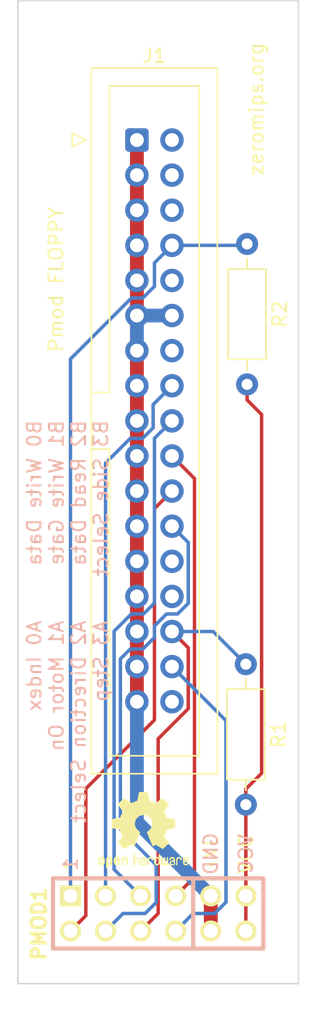
<source format=kicad_pcb>
(kicad_pcb (version 20221018) (generator pcbnew)
  (layers (0 "F.Cu" signal) (31 "B.Cu" signal) (34 "B.Paste" user) (35 "F.Paste" user) (36 "B.SilkS" user "B.Silkscreen") (37 "F.SilkS" user "F.Silkscreen") (38 "B.Mask" user) (39 "F.Mask" user) (44 "Edge.Cuts" user))
  (net 0 "")
  (net 1 "GND")
  (net 5 "/Index")
  (net 8 "/Motor on")
  (net 9 "/Direction Select")
  (net 10 "/Step")
  (net 11 "/Write Data")
  (net 12 "/Write Gate")
  (net 15 "/Read Data")
  (net 16 "/Side Select")
  (net 18 "+3.3V")
  (footprint "kicad-pmod:pmod_pin_array_6x2" (layer "F.Cu") (at 162.56 144.78 90)
    (fp_text reference "PMOD1" (at -0.762 -8.636 90) (layer "F.SilkS") (effects (font (size 1.016 1.016) (thickness 0.254))))
    (fp_text value "PMOD-Device-x2-Type-1A-GPIO" hide)
    (fp_text user "VCC" (at 4.318 6.35 90) (layer "B.SilkS") (effects (justify mirror)))
    (fp_text user "1" (at 3.556 -6.35 90) (layer "B.SilkS") (effects (justify mirror)))
    (fp_text user "GND" (at 4.318 3.81 90) (layer "B.SilkS") (effects (justify mirror)))
    (fp_text user "GND" (at 4.318 3.81 90) (layer "F.SilkS"))
    (fp_text user "1" (at 3.556 -6.35 90) (layer "F.SilkS"))
    (fp_text user "VCC" (at 4.318 6.35 90) (layer "F.SilkS"))
    (fp_line (start -2.54 -7.62) (end -2.54 7.62) (stroke (width 0.3048)) (layer "B.SilkS"))
    (fp_line (start -2.54 7.62) (end 2.54 7.62) (stroke (width 0.3048)) (layer "B.SilkS"))
    (fp_line (start 2.54 -7.62) (end -2.54 -7.62) (stroke (width 0.3048)) (layer "B.SilkS"))
    (fp_line (start 2.54 2.54) (end -2.54 2.54) (stroke (width 0.3048)) (layer "B.SilkS"))
    (fp_line (start 2.54 7.62) (end 2.54 -7.62) (stroke (width 0.3048)) (layer "B.SilkS"))
    (fp_line (start -2.54 -7.62) (end -2.54 7.62) (stroke (width 0.3048)) (layer "F.SilkS"))
    (fp_line (start -2.54 7.62) (end 2.54 7.62) (stroke (width 0.3048)) (layer "F.SilkS"))
    (fp_line (start 2.54 -7.62) (end -2.54 -7.62) (stroke (width 0.3048)) (layer "F.SilkS"))
    (fp_line (start 2.54 2.54) (end -2.54 2.54) (stroke (width 0.3048)) (layer "F.SilkS"))
    (fp_line (start 2.54 7.62) (end 2.54 -7.62) (stroke (width 0.3048)) (layer "F.SilkS"))
    (pad "1" thru_hole rect (at 1.27 -6.35 90) (size 1.524 1.524) (drill 1.016) (layers "*.Cu" "*.Mask" "F.SilkS") (net 5 "/Index"))
    (pad "2" thru_hole circle (at 1.27 -3.81) (size 1.524 1.524) (drill 1.016) (layers "*.Cu" "*.Mask" "F.SilkS") (net 8 "/Motor on"))
    (pad "3" thru_hole circle (at 1.27 -1.27) (size 1.524 1.524) (drill 1.016) (layers "*.Cu" "*.Mask" "F.SilkS") (net 9 "/Direction Select"))
    (pad "4" thru_hole circle (at 1.27 1.27) (size 1.524 1.524) (drill 1.016) (layers "*.Cu" "*.Mask" "F.SilkS") (net 10 "/Step"))
    (pad "5" thru_hole circle (at 1.27 3.81) (size 1.524 1.524) (drill 1.016) (layers "*.Cu" "*.Mask" "F.SilkS") (net 1 "GND"))
    (pad "6" thru_hole circle (at 1.27 6.35) (size 1.524 1.524) (drill 1.016) (layers "*.Cu" "*.Mask" "F.SilkS") (net 18 "+3.3V"))
    (pad "7" thru_hole circle (at -1.27 -6.35) (size 1.524 1.524) (drill 1.016) (layers "*.Cu" "*.Mask" "F.SilkS") (net 11 "/Write Data"))
    (pad "8" thru_hole circle (at -1.27 -3.81) (size 1.524 1.524) (drill 1.016) (layers "*.Cu" "*.Mask" "F.SilkS") (net 12 "/Write Gate"))
    (pad "9" thru_hole circle (at -1.27 -1.27) (size 1.524 1.524) (drill 1.016) (layers "*.Cu" "*.Mask" "F.SilkS") (net 15 "/Read Data"))
    (pad "10" thru_hole circle (at -1.27 1.27) (size 1.524 1.524) (drill 1.016) (layers "*.Cu" "*.Mask" "F.SilkS") (net 16 "/Side Select"))
    (pad "11" thru_hole circle (at -1.27 3.81) (size 1.524 1.524) (drill 1.016) (layers "*.Cu" "*.Mask" "F.SilkS") (net 1 "GND"))
    (pad "12" thru_hole circle (at -1.27 6.35) (size 1.524 1.524) (drill 1.016) (layers "*.Cu" "*.Mask" "F.SilkS") (net 18 "+3.3V"))
  )
  (footprint "Resistor_THT:R_Axial_DIN0207_L6.3mm_D2.5mm_P10.16mm_Horizontal" (layer "F.Cu") (at 168.91 126.746 -90)
    (fp_text reference "R1" (at 5.08 -2.37 90) (layer "F.SilkS"))
    (fp_text value "4k7")
    (fp_line (start 1.04 0) (end 1.81 0) (stroke (width 0.12)) (layer "F.SilkS"))
    (fp_line (start 1.81 -1.37) (end 1.81 1.37) (stroke (width 0.12)) (layer "F.SilkS"))
    (fp_line (start 1.81 1.37) (end 8.35 1.37) (stroke (width 0.12)) (layer "F.SilkS"))
    (fp_line (start 8.35 -1.37) (end 1.81 -1.37) (stroke (width 0.12)) (layer "F.SilkS"))
    (fp_line (start 8.35 1.37) (end 8.35 -1.37) (stroke (width 0.12)) (layer "F.SilkS"))
    (fp_line (start 9.12 0) (end 8.35 0) (stroke (width 0.12)) (layer "F.SilkS"))
    (pad "1" thru_hole circle (at 0 0 270) (size 1.6 1.6) (drill 0.8) (layers "*.Cu" "*.Mask") (net 15 "/Read Data"))
    (pad "2" thru_hole oval (at 10.16 0 270) (size 1.6 1.6) (drill 0.8) (layers "*.Cu" "*.Mask") (net 18 "+3.3V"))
  )
  (footprint "Resistor_THT:R_Axial_DIN0207_L6.3mm_D2.5mm_P10.16mm_Horizontal" (layer "F.Cu") (at 169 96.34 -90)
    (fp_text reference "R2" (at 5.08 -2.37 90) (layer "F.SilkS"))
    (fp_text value "4k7")
    (fp_line (start 1.04 0) (end 1.81 0) (stroke (width 0.12)) (layer "F.SilkS"))
    (fp_line (start 1.81 -1.37) (end 1.81 1.37) (stroke (width 0.12)) (layer "F.SilkS"))
    (fp_line (start 1.81 1.37) (end 8.35 1.37) (stroke (width 0.12)) (layer "F.SilkS"))
    (fp_line (start 8.35 -1.37) (end 1.81 -1.37) (stroke (width 0.12)) (layer "F.SilkS"))
    (fp_line (start 8.35 1.37) (end 8.35 -1.37) (stroke (width 0.12)) (layer "F.SilkS"))
    (fp_line (start 9.12 0) (end 8.35 0) (stroke (width 0.12)) (layer "F.SilkS"))
    (pad "1" thru_hole circle (at 0 0 270) (size 1.6 1.6) (drill 0.8) (layers "*.Cu" "*.Mask") (net 5 "/Index"))
    (pad "2" thru_hole oval (at 10.16 0 270) (size 1.6 1.6) (drill 0.8) (layers "*.Cu" "*.Mask") (net 18 "+3.3V"))
  )
  (footprint "Connector_IDC:IDC-Header_2x17_P2.54mm_Vertical" (layer "F.Cu") (at 161.02 88.82)
    (fp_text reference "J1" (at 1.27 -6.1) (layer "F.SilkS"))
    (fp_text value "PC-34 Floppy")
    (fp_line (start -4.68 -0.5) (end -4.68 0.5) (stroke (width 0.12)) (layer "F.SilkS"))
    (fp_line (start -4.68 0.5) (end -3.68 0) (stroke (width 0.12)) (layer "F.SilkS"))
    (fp_line (start -3.68 0) (end -4.68 -0.5) (stroke (width 0.12)) (layer "F.SilkS"))
    (fp_line (start -3.29 -5.21) (end 5.83 -5.21) (stroke (width 0.12)) (layer "F.SilkS"))
    (fp_line (start -3.29 18.27) (end -1.98 18.27) (stroke (width 0.12)) (layer "F.SilkS"))
    (fp_line (start -3.29 45.85) (end -3.29 -5.21) (stroke (width 0.12)) (layer "F.SilkS"))
    (fp_line (start -1.98 -3.91) (end 4.52 -3.91) (stroke (width 0.12)) (layer "F.SilkS"))
    (fp_line (start -1.98 18.27) (end -1.98 -3.91) (stroke (width 0.12)) (layer "F.SilkS"))
    (fp_line (start -1.98 22.37) (end -3.29 22.37) (stroke (width 0.12)) (layer "F.SilkS"))
    (fp_line (start -1.98 22.37) (end -1.98 22.37) (stroke (width 0.12)) (layer "F.SilkS"))
    (fp_line (start -1.98 44.55) (end -1.98 22.37) (stroke (width 0.12)) (layer "F.SilkS"))
    (fp_line (start 4.52 -3.91) (end 4.52 44.55) (stroke (width 0.12)) (layer "F.SilkS"))
    (fp_line (start 4.52 44.55) (end -1.98 44.55) (stroke (width 0.12)) (layer "F.SilkS"))
    (fp_line (start 5.83 -5.21) (end 5.83 45.85) (stroke (width 0.12)) (layer "F.SilkS"))
    (fp_line (start 5.83 45.85) (end -3.29 45.85) (stroke (width 0.12)) (layer "F.SilkS"))
    (pad "1" thru_hole roundrect (at 0 0) (size 1.7 1.7) (drill 1) (layers "*.Cu" "*.Mask") (roundrect_rratio 0.1470588235) (net 1 "GND"))
    (pad "2" thru_hole circle (at 2.54 0) (size 1.7 1.7) (drill 1) (layers "*.Cu" "*.Mask"))
    (pad "3" thru_hole circle (at 0 2.54) (size 1.7 1.7) (drill 1) (layers "*.Cu" "*.Mask") (net 1 "GND"))
    (pad "4" thru_hole circle (at 2.54 2.54) (size 1.7 1.7) (drill 1) (layers "*.Cu" "*.Mask"))
    (pad "5" thru_hole circle (at 0 5.08) (size 1.7 1.7) (drill 1) (layers "*.Cu" "*.Mask") (net 1 "GND"))
    (pad "6" thru_hole circle (at 2.54 5.08) (size 1.7 1.7) (drill 1) (layers "*.Cu" "*.Mask"))
    (pad "7" thru_hole circle (at 0 7.62) (size 1.7 1.7) (drill 1) (layers "*.Cu" "*.Mask") (net 1 "GND"))
    (pad "8" thru_hole circle (at 2.54 7.62) (size 1.7 1.7) (drill 1) (layers "*.Cu" "*.Mask") (net 5 "/Index"))
    (pad "9" thru_hole circle (at 0 10.16) (size 1.7 1.7) (drill 1) (layers "*.Cu" "*.Mask") (net 1 "GND"))
    (pad "10" thru_hole circle (at 2.54 10.16) (size 1.7 1.7) (drill 1) (layers "*.Cu" "*.Mask"))
    (pad "11" thru_hole circle (at 0 12.7) (size 1.7 1.7) (drill 1) (layers "*.Cu" "*.Mask") (net 1 "GND"))
    (pad "12" thru_hole circle (at 2.54 12.7) (size 1.7 1.7) (drill 1) (layers "*.Cu" "*.Mask") (net 1 "GND"))
    (pad "13" thru_hole circle (at 0 15.24) (size 1.7 1.7) (drill 1) (layers "*.Cu" "*.Mask") (net 1 "GND"))
    (pad "14" thru_hole circle (at 2.54 15.24) (size 1.7 1.7) (drill 1) (layers "*.Cu" "*.Mask"))
    (pad "15" thru_hole circle (at 0 17.78) (size 1.7 1.7) (drill 1) (layers "*.Cu" "*.Mask") (net 1 "GND"))
    (pad "16" thru_hole circle (at 2.54 17.78) (size 1.7 1.7) (drill 1) (layers "*.Cu" "*.Mask") (net 8 "/Motor on"))
    (pad "17" thru_hole circle (at 0 20.32) (size 1.7 1.7) (drill 1) (layers "*.Cu" "*.Mask") (net 1 "GND"))
    (pad "18" thru_hole circle (at 2.54 20.32) (size 1.7 1.7) (drill 1) (layers "*.Cu" "*.Mask") (net 9 "/Direction Select"))
    (pad "19" thru_hole circle (at 0 22.86) (size 1.7 1.7) (drill 1) (layers "*.Cu" "*.Mask") (net 1 "GND"))
    (pad "20" thru_hole circle (at 2.54 22.86) (size 1.7 1.7) (drill 1) (layers "*.Cu" "*.Mask") (net 10 "/Step"))
    (pad "21" thru_hole circle (at 0 25.4) (size 1.7 1.7) (drill 1) (layers "*.Cu" "*.Mask") (net 1 "GND"))
    (pad "22" thru_hole circle (at 2.54 25.4) (size 1.7 1.7) (drill 1) (layers "*.Cu" "*.Mask") (net 11 "/Write Data"))
    (pad "23" thru_hole circle (at 0 27.94) (size 1.7 1.7) (drill 1) (layers "*.Cu" "*.Mask") (net 1 "GND"))
    (pad "24" thru_hole circle (at 2.54 27.94) (size 1.7 1.7) (drill 1) (layers "*.Cu" "*.Mask") (net 12 "/Write Gate"))
    (pad "25" thru_hole circle (at 0 30.48) (size 1.7 1.7) (drill 1) (layers "*.Cu" "*.Mask") (net 1 "GND"))
    (pad "26" thru_hole circle (at 2.54 30.48) (size 1.7 1.7) (drill 1) (layers "*.Cu" "*.Mask"))
    (pad "27" thru_hole circle (at 0 33.02) (size 1.7 1.7) (drill 1) (layers "*.Cu" "*.Mask") (net 1 "GND"))
    (pad "28" thru_hole circle (at 2.54 33.02) (size 1.7 1.7) (drill 1) (layers "*.Cu" "*.Mask"))
    (pad "29" thru_hole circle (at 0 35.56) (size 1.7 1.7) (drill 1) (layers "*.Cu" "*.Mask") (net 1 "GND"))
    (pad "30" thru_hole circle (at 2.54 35.56) (size 1.7 1.7) (drill 1) (layers "*.Cu" "*.Mask") (net 15 "/Read Data"))
    (pad "31" thru_hole circle (at 0 38.1) (size 1.7 1.7) (drill 1) (layers "*.Cu" "*.Mask") (net 1 "GND"))
    (pad "32" thru_hole circle (at 2.54 38.1) (size 1.7 1.7) (drill 1) (layers "*.Cu" "*.Mask") (net 16 "/Side Select"))
    (pad "33" thru_hole circle (at 0 40.64) (size 1.7 1.7) (drill 1) (layers "*.Cu" "*.Mask") (net 1 "GND"))
    (pad "34" thru_hole circle (at 2.54 40.64) (size 1.7 1.7) (drill 1) (layers "*.Cu" "*.Mask"))
  )
  (footprint "Symbol:OSHW-Logo2_7.3x6mm_SilkScreen" (layer "F.Cu") (at 161.5 138.75)
    (fp_text reference "REF**" hide)
    (fp_text value "OSHW-Logo2_7.3x6mm_SilkScreen" hide)
    (fp_poly (pts (xy 2.6526 1.958752) (xy 2.669948 1.966334) (xy 2.711356 1.999128) (xy 2.746765 2.046547) (xy 2.768664 2.097151) (xy 2.772229 2.122098) (xy 2.760279 2.156927) (xy 2.734067 2.175357) (xy 2.705964 2.186516) (xy 2.693095 2.188572) (xy 2.686829 2.173649) (xy 2.674456 2.141175) (xy 2.669028 2.126502) (xy 2.63859 2.075744) (xy 2.59452 2.050427) (xy 2.53801 2.051206) (xy 2.533825 2.052203) (xy 2.503655 2.066507) (xy 2.481476 2.094393) (xy 2.466327 2.139287) (xy 2.45725 2.204615) (xy 2.453286 2.293804) (xy 2.452914 2.341261) (xy 2.45273 2.416071) (xy 2.451522 2.467069) (xy 2.448309 2.499471) (xy 2.442109 2.518495) (xy 2.43194 2.529356) (xy 2.416819 2.537272) (xy 2.415946 2.53767) (xy 2.386828 2.549981) (xy 2.372403 2.554514) (xy 2.370186 2.540809) (xy 2.368289 2.502925) (xy 2.366847 2.445715) (xy 2.365998 2.374027) (xy 2.365829 2.321565) (xy 2.366692 2.220047) (xy 2.37007 2.143032) (xy 2.377142 2.086023) (xy 2.389088 2.044526) (xy 2.40709 2.014043) (xy 2.432327 1.99008) (xy 2.457247 1.973355) (xy 2.517171 1.951097) (xy 2.586911 1.946076) (xy 2.6526 1.958752)) (stroke (width 0.01)) (fill solid) (layer "F.SilkS"))
    (fp_poly (pts (xy -1.283907 1.92778) (xy -1.237328 1.954723) (xy -1.204943 1.981466) (xy -1.181258 2.009484) (xy -1.164941 2.043748) (xy -1.154661 2.089227) (xy -1.149086 2.150892) (xy -1.146884 2.233711) (xy -1.146629 2.293246) (xy -1.146629 2.512391) (xy -1.208314 2.540044) (xy -1.27 2.567697) (xy -1.277257 2.32767) (xy -1.280256 2.238028) (xy -1.283402 2.172962) (xy -1.287299 2.128026) (xy -1.292553 2.09877) (xy -1.299769 2.080748) (xy -1.30955 2.069511) (xy -1.312688 2.067079) (xy -1.360239 2.048083) (xy -1.408303 2.0556) (xy -1.436914 2.075543) (xy -1.448553 2.089675) (xy -1.456609 2.10822) (xy -1.461729 2.136334) (xy -1.464559 2.179173) (xy -1.465744 2.241895) (xy -1.465943 2.307261) (xy -1.465982 2.389268) (xy -1.467386 2.447316) (xy -1.472086 2.486465) (xy -1.482013 2.51178) (xy -1.499097 2.528323) (xy -1.525268 2.541156) (xy -1.560225 2.554491) (xy -1.598404 2.569007) (xy -1.593859 2.311389) (xy -1.592029 2.218519) (xy -1.589888 2.149889) (xy -1.586819 2.100711) (xy -1.582206 2.066198) (xy -1.575432 2.041562) (xy -1.565881 2.022016) (xy -1.554366 2.00477) (xy -1.49881 1.94968) (xy -1.43102 1.917822) (xy -1.357287 1.910191) (xy -1.283907 1.92778)) (stroke (width 0.01)) (fill solid) (layer "F.SilkS"))
    (fp_poly (pts (xy 0.529926 1.949755) (xy 0.595858 1.974084) (xy 0.649273 2.017117) (xy 0.670164 2.047409) (xy 0.692939 2.102994) (xy 0.692466 2.143186) (xy 0.668562 2.170217) (xy 0.659717 2.174813) (xy 0.62153 2.189144) (xy 0.602028 2.185472) (xy 0.595422 2.161407) (xy 0.595086 2.148114) (xy 0.582992 2.09921) (xy 0.551471 2.064999) (xy 0.507659 2.048476) (xy 0.458695 2.052634) (xy 0.418894 2.074227) (xy 0.40545 2.086544) (xy 0.395921 2.101487) (xy 0.389485 2.124075) (xy 0.385317 2.159328) (xy 0.382597 2.212266) (xy 0.380502 2.287907) (xy 0.37996 2.311857) (xy 0.377981 2.39379) (xy 0.375731 2.451455) (xy 0.372357 2.489608) (xy 0.367006 2.513004) (xy 0.358824 2.526398) (xy 0.346959 2.534545) (xy 0.339362 2.538144) (xy 0.307102 2.550452) (xy 0.288111 2.554514) (xy 0.281836 2.540948) (xy 0.278006 2.499934) (xy 0.2766 2.430999) (xy 0.277598 2.333669) (xy 0.277908 2.318657) (xy 0.280101 2.229859) (xy 0.282693 2.165019) (xy 0.286382 2.119067) (xy 0.291864 2.086935) (xy 0.299835 2.063553) (xy 0.310993 2.043852) (xy 0.31683 2.03541) (xy 0.350296 1.998057) (xy 0.387727 1.969003) (xy 0.392309 1.966467) (xy 0.459426 1.946443) (xy 0.529926 1.949755)) (stroke (width 0.01)) (fill solid) (layer "F.SilkS"))
    (fp_poly (pts (xy -0.624114 1.851289) (xy -0.619861 1.910613) (xy -0.614975 1.945572) (xy -0.608205 1.96082) (xy -0.598298 1.961015) (xy -0.595086 1.959195) (xy -0.552356 1.946015) (xy -0.496773 1.946785) (xy -0.440263 1.960333) (xy -0.404918 1.977861) (xy -0.368679 2.005861) (xy -0.342187 2.037549) (xy -0.324001 2.077813) (xy -0.312678 2.131543) (xy -0.306778 2.203626) (xy -0.304857 2.298951) (xy -0.304823 2.317237) (xy -0.3048 2.522646) (xy -0.350509 2.53858) (xy -0.382973 2.54942) (xy -0.400785 2.554468) (xy -0.401309 2.554514) (xy -0.403063 2.540828) (xy -0.404556 2.503076) (xy -0.405674 2.446224) (xy -0.406303 2.375234) (xy -0.4064 2.332073) (xy -0.406602 2.246973) (xy -0.407642 2.185981) (xy -0.410169 2.144177) (xy -0.414836 2.116642) (xy -0.422293 2.098456) (xy -0.433189 2.084698) (xy -0.439993 2.078073) (xy -0.486728 2.051375) (xy -0.537728 2.049375) (xy -0.583999 2.071955) (xy -0.592556 2.080107) (xy -0.605107 2.095436) (xy -0.613812 2.113618) (xy -0.619369 2.139909) (xy -0.622474 2.179562) (xy -0.623824 2.237832) (xy -0.624114 2.318173) (xy -0.624114 2.522646) (xy -0.669823 2.53858) (xy -0.702287 2.54942) (xy -0.720099 2.554468) (xy -0.720623 2.554514) (xy -0.721963 2.540623) (xy -0.723172 2.501439) (xy -0.724199 2.4407) (xy -0.724998 2.362141) (xy -0.725519 2.269498) (xy -0.725714 2.166509) (xy -0.725714 1.769342) (xy -0.678543 1.749444) (xy -0.631371 1.729547) (xy -0.624114 1.851289)) (stroke (width 0.01)) (fill solid) (layer "F.SilkS"))
    (fp_poly (pts (xy 1.779833 1.958663) (xy 1.782048 1.99685) (xy 1.783784 2.054886) (xy 1.784899 2.12818) (xy 1.785257 2.205055) (xy 1.785257 2.465196) (xy 1.739326 2.511127) (xy 1.707675 2.539429) (xy 1.67989 2.550893) (xy 1.641915 2.550168) (xy 1.62684 2.548321) (xy 1.579726 2.542948) (xy 1.540756 2.539869) (xy 1.531257 2.539585) (xy 1.499233 2.541445) (xy 1.453432 2.546114) (xy 1.435674 2.548321) (xy 1.392057 2.551735) (xy 1.362745 2.54432) (xy 1.33368 2.521427) (xy 1.323188 2.511127) (xy 1.277257 2.465196) (xy 1.277257 1.978602) (xy 1.314226 1.961758) (xy 1.346059 1.949282) (xy 1.364683 1.944914) (xy 1.369458 1.958718) (xy 1.373921 1.997286) (xy 1.377775 2.056356) (xy 1.380722 2.131663) (xy 1.382143 2.195286) (xy 1.386114 2.445657) (xy 1.420759 2.450556) (xy 1.452268 2.447131) (xy 1.467708 2.436041) (xy 1.472023 2.415308) (xy 1.475708 2.371145) (xy 1.478469 2.309146) (xy 1.480012 2.234909) (xy 1.480235 2.196706) (xy 1.480457 1.976783) (xy 1.526166 1.960849) (xy 1.558518 1.950015) (xy 1.576115 1.944962) (xy 1.576623 1.944914) (xy 1.578388 1.958648) (xy 1.580329 1.99673) (xy 1.582282 2.054482) (xy 1.584084 2.127227) (xy 1.585343 2.195286) (xy 1.589314 2.445657) (xy 1.6764 2.445657) (xy 1.680396 2.21724) (xy 1.684392 1.988822) (xy 1.726847 1.966868) (xy 1.758192 1.951793) (xy 1.776744 1.944951) (xy 1.777279 1.944914) (xy 1.779833 1.958663)) (stroke (width 0.01)) (fill solid) (layer "F.SilkS"))
    (fp_poly (pts (xy -2.958885 1.921962) (xy -2.890855 1.957733) (xy -2.840649 2.015301) (xy -2.822815 2.052312) (xy -2.808937 2.107882) (xy -2.801833 2.178096) (xy -2.80116 2.254727) (xy -2.806573 2.329552) (xy -2.81773 2.394342) (xy -2.834286 2.440873) (xy -2.839374 2.448887) (xy -2.899645 2.508707) (xy -2.971231 2.544535) (xy -3.048908 2.55502) (xy -3.127452 2.53881) (xy -3.149311 2.529092) (xy -3.191878 2.499143) (xy -3.229237 2.459433) (xy -3.232768 2.454397) (xy -3.247119 2.430124) (xy -3.256606 2.404178) (xy -3.26221 2.370022) (xy -3.264914 2.321119) (xy -3.265701 2.250935) (xy -3.265714 2.2352) (xy -3.265678 2.230192) (xy -3.120571 2.230192) (xy -3.119727 2.29643) (xy -3.116404 2.340386) (xy -3.109417 2.368779) (xy -3.097584 2.388325) (xy -3.091543 2.394857) (xy -3.056814 2.41968) (xy -3.023097 2.418548) (xy -2.989005 2.397016) (xy -2.968671 2.374029) (xy -2.956629 2.340478) (xy -2.949866 2.287569) (xy -2.949402 2.281399) (xy -2.948248 2.185513) (xy -2.960312 2.114299) (xy -2.98543 2.068194) (xy -3.02344 2.047635) (xy -3.037008 2.046514) (xy -3.072636 2.052152) (xy -3.097006 2.071686) (xy -3.111907 2.109042) (xy -3.119125 2.16815) (xy -3.120571 2.230192) (xy -3.265678 2.230192) (xy -3.265174 2.160413) (xy -3.262904 2.108159) (xy -3.257932 2.071949) (xy -3.249287 2.045299) (xy -3.235995 2.021722) (xy -3.233057 2.017338) (xy -3.183687 1.958249) (xy -3.129891 1.923947) (xy -3.064398 1.910331) (xy -3.042158 1.909665) (xy -2.958885 1.921962)) (stroke (width 0.01)) (fill solid) (layer "F.SilkS"))
    (fp_poly (pts (xy 3.153595 1.966966) (xy 3.211021 2.004497) (xy 3.238719 2.038096) (xy 3.260662 2.099064) (xy 3.262405 2.147308) (xy 3.258457 2.211816) (xy 3.109686 2.276934) (xy 3.037349 2.310202) (xy 2.990084 2.336964) (xy 2.965507 2.360144) (xy 2.961237 2.382667) (xy 2.974889 2.407455) (xy 2.989943 2.423886) (xy 3.033746 2.450235) (xy 3.081389 2.452081) (xy 3.125145 2.431546) (xy 3.157289 2.390752) (xy 3.163038 2.376347) (xy 3.190576 2.331356) (xy 3.222258 2.312182) (xy 3.265714 2.295779) (xy 3.265714 2.357966) (xy 3.261872 2.400283) (xy 3.246823 2.435969) (xy 3.21528 2.476943) (xy 3.210592 2.482267) (xy 3.175506 2.51872) (xy 3.145347 2.538283) (xy 3.107615 2.547283) (xy 3.076335 2.55023) (xy 3.020385 2.550965) (xy 2.980555 2.54166) (xy 2.955708 2.527846) (xy 2.916656 2.497467) (xy 2.889625 2.464613) (xy 2.872517 2.423294) (xy 2.863238 2.367521) (xy 2.859693 2.291305) (xy 2.85941 2.252622) (xy 2.860372 2.206247) (xy 2.948007 2.206247) (xy 2.949023 2.231126) (xy 2.951556 2.2352) (xy 2.968274 2.229665) (xy 3.004249 2.215017) (xy 3.052331 2.19419) (xy 3.062386 2.189714) (xy 3.123152 2.158814) (xy 3.156632 2.131657) (xy 3.16399 2.10622) (xy 3.146391 2.080481) (xy 3.131856 2.069109) (xy 3.07941 2.046364) (xy 3.030322 2.050122) (xy 2.989227 2.077884) (xy 2.960758 2.127152) (xy 2.951631 2.166257) (xy 2.948007 2.206247) (xy 2.860372 2.206247) (xy 2.861285 2.162249) (xy 2.868196 2.095384) (xy 2.881884 2.046695) (xy 2.904096 2.010849) (xy 2.936574 1.982513) (xy 2.950733 1.973355) (xy 3.015053 1.949507) (xy 3.085473 1.948006) (xy 3.153595 1.966966)) (stroke (width 0.01)) (fill solid) (layer "F.SilkS"))
    (fp_poly (pts (xy 1.190117 2.065358) (xy 1.189933 2.173837) (xy 1.189219 2.257287) (xy 1.187675 2.319704) (xy 1.185001 2.365085) (xy 1.180894 2.397429) (xy 1.175055 2.420733) (xy 1.167182 2.438995) (xy 1.161221 2.449418) (xy 1.111855 2.505945) (xy 1.049264 2.541377) (xy 0.980013 2.55409) (xy 0.910668 2.542463) (xy 0.869375 2.521568) (xy 0.826025 2.485422) (xy 0.796481 2.441276) (xy 0.778655 2.383462) (xy 0.770463 2.306313) (xy 0.769302 2.249714) (xy 0.769458 2.245647) (xy 0.870857 2.245647) (xy 0.871476 2.31055) (xy 0.874314 2.353514) (xy 0.88084 2.381622) (xy 0.892523 2.401953) (xy 0.906483 2.417288) (xy 0.953365 2.44689) (xy 1.003701 2.449419) (xy 1.051276 2.424705) (xy 1.054979 2.421356) (xy 1.070783 2.403935) (xy 1.080693 2.383209) (xy 1.086058 2.352362) (xy 1.088228 2.304577) (xy 1.088571 2.251748) (xy 1.087827 2.185381) (xy 1.084748 2.141106) (xy 1.078061 2.112009) (xy 1.066496 2.091173) (xy 1.057013 2.080107) (xy 1.01296 2.052198) (xy 0.962224 2.048843) (xy 0.913796 2.070159) (xy 0.90445 2.078073) (xy 0.88854 2.095647) (xy 0.87861 2.116587) (xy 0.873278 2.147782) (xy 0.871163 2.196122) (xy 0.870857 2.245647) (xy 0.769458 2.245647) (xy 0.77281 2.158568) (xy 0.784726 2.090086) (xy 0.807135 2.0386) (xy 0.842124 1.998443) (xy 0.869375 1.977861) (xy 0.918907 1.955625) (xy 0.976316 1.945304) (xy 1.029682 1.948067) (xy 1.059543 1.959212) (xy 1.071261 1.962383) (xy 1.079037 1.950557) (xy 1.084465 1.918866) (xy 1.088571 1.870593) (xy 1.093067 1.816829) (xy 1.099313 1.784482) (xy 1.110676 1.765985) (xy 1.130528 1.75377) (xy 1.143 1.748362) (xy 1.190171 1.728601) (xy 1.190117 2.065358)) (stroke (width 0.01)) (fill solid) (layer "F.SilkS"))
    (fp_poly (pts (xy -1.831697 1.931239) (xy -1.774473 1.969735) (xy -1.730251 2.025335) (xy -1.703833 2.096086) (xy -1.69849 2.148162) (xy -1.699097 2.169893) (xy -1.704178 2.186531) (xy -1.718145 2.201437) (xy -1.745411 2.217973) (xy -1.790388 2.239498) (xy -1.857489 2.269374) (xy -1.857829 2.269524) (xy -1.919593 2.297813) (xy -1.970241 2.322933) (xy -2.004596 2.342179) (xy -2.017482 2.352848) (xy -2.017486 2.352934) (xy -2.006128 2.376166) (xy -1.979569 2.401774) (xy -1.949077 2.420221) (xy -1.93363 2.423886) (xy -1.891485 2.411212) (xy -1.855192 2.379471) (xy -1.837483 2.344572) (xy -1.820448 2.318845) (xy -1.787078 2.289546) (xy -1.747851 2.264235) (xy -1.713244 2.250471) (xy -1.706007 2.249714) (xy -1.697861 2.26216) (xy -1.69737 2.293972) (xy -1.703357 2.336866) (xy -1.714643 2.382558) (xy -1.73005 2.422761) (xy -1.730829 2.424322) (xy -1.777196 2.489062) (xy -1.837289 2.533097) (xy -1.905535 2.554711) (xy -1.976362 2.552185) (xy -2.044196 2.523804) (xy -2.047212 2.521808) (xy -2.100573 2.473448) (xy -2.13566 2.410352) (xy -2.155078 2.327387) (xy -2.157684 2.304078) (xy -2.162299 2.194055) (xy -2.156767 2.142748) (xy -2.017486 2.142748) (xy -2.015676 2.174753) (xy -2.005778 2.184093) (xy -1.981102 2.177105) (xy -1.942205 2.160587) (xy -1.898725 2.139881) (xy -1.897644 2.139333) (xy -1.860791 2.119949) (xy -1.846 2.107013) (xy -1.849647 2.093451) (xy -1.865005 2.075632) (xy -1.904077 2.049845) (xy -1.946154 2.04795) (xy -1.983897 2.066717) (xy -2.009966 2.102915) (xy -2.017486 2.142748) (xy -2.156767 2.142748) (xy -2.152806 2.106027) (xy -2.12845 2.036212) (xy -2.094544 1.987302) (xy -2.033347 1.937878) (xy -1.965937 1.913359) (xy -1.89712 1.911797) (xy -1.831697 1.931239)) (stroke (width 0.01)) (fill solid) (layer "F.SilkS"))
    (fp_poly (pts (xy 0.039744 1.950968) (xy 0.096616 1.972087) (xy 0.097267 1.972493) (xy 0.13244 1.99838) (xy 0.158407 2.028633) (xy 0.17667 2.068058) (xy 0.188732 2.121462) (xy 0.196096 2.193651) (xy 0.200264 2.289432) (xy 0.200629 2.303078) (xy 0.205876 2.508842) (xy 0.161716 2.531678) (xy 0.129763 2.54711) (xy 0.11047 2.554423) (xy 0.109578 2.554514) (xy 0.106239 2.541022) (xy 0.103587 2.504626) (xy 0.101956 2.451452) (xy 0.1016 2.408393) (xy 0.101592 2.338641) (xy 0.098403 2.294837) (xy 0.087288 2.273944) (xy 0.063501 2.272925) (xy 0.022296 2.288741) (xy -0.039914 2.317815) (xy -0.085659 2.341963) (xy -0.109187 2.362913) (xy -0.116104 2.385747) (xy -0.116114 2.386877) (xy -0.104701 2.426212) (xy -0.070908 2.447462) (xy -0.019191 2.450539) (xy 0.018061 2.450006) (xy 0.037703 2.460735) (xy 0.049952 2.486505) (xy 0.057002 2.519337) (xy 0.046842 2.537966) (xy 0.043017 2.540632) (xy 0.007001 2.55134) (xy -0.043434 2.552856) (xy -0.095374 2.545759) (xy -0.132178 2.532788) (xy -0.183062 2.489585) (xy -0.211986 2.429446) (xy -0.217714 2.382462) (xy -0.213343 2.340082) (xy -0.197525 2.305488) (xy -0.166203 2.274763) (xy -0.115322 2.24399) (xy -0.040824 2.209252) (xy -0.036286 2.207288) (xy 0.030821 2.176287) (xy 0.072232 2.150862) (xy 0.089981 2.128014) (xy 0.086107 2.104745) (xy 0.062643 2.078056) (xy 0.055627 2.071914) (xy 0.00863 2.0481) (xy -0.040067 2.049103) (xy -0.082478 2.072451) (xy -0.110616 2.115675) (xy -0.113231 2.12416) (xy -0.138692 2.165308) (xy -0.170999 2.185128) (xy -0.217714 2.20477) (xy -0.217714 2.15395) (xy -0.203504 2.080082) (xy -0.161325 2.012327) (xy -0.139376 1.989661) (xy -0.089483 1.960569) (xy -0.026033 1.9474) (xy 0.039744 1.950968)) (stroke (width 0.01)) (fill solid) (layer "F.SilkS"))
    (fp_poly (pts (xy -2.400256 1.919918) (xy -2.344799 1.947568) (xy -2.295852 1.99848) (xy -2.282371 2.017338) (xy -2.267686 2.042015) (xy -2.258158 2.068816) (xy -2.252707 2.104587) (xy -2.250253 2.156169) (xy -2.249714 2.224267) (xy -2.252148 2.317588) (xy -2.260606 2.387657) (xy -2.276826 2.439931) (xy -2.302546 2.479869) (xy -2.339503 2.512929) (xy -2.342218 2.514886) (xy -2.37864 2.534908) (xy -2.422498 2.544815) (xy -2.478276 2.547257) (xy -2.568952 2.547257) (xy -2.56899 2.635283) (xy -2.569834 2.684308) (xy -2.574976 2.713065) (xy -2.588413 2.730311) (xy -2.614142 2.744808) (xy -2.620321 2.747769) (xy -2.649236 2.761648) (xy -2.671624 2.770414) (xy -2.688271 2.771171) (xy -2.699964 2.761023) (xy -2.70749 2.737073) (xy -2.711634 2.696426) (xy -2.713185 2.636186) (xy -2.712929 2.553455) (xy -2.711651 2.445339) (xy -2.711252 2.413) (xy -2.709815 2.301524) (xy -2.708528 2.228603) (xy -2.569029 2.228603) (xy -2.568245 2.290499) (xy -2.56476 2.330997) (xy -2.556876 2.357708) (xy -2.542895 2.378244) (xy -2.533403 2.38826) (xy -2.494596 2.417567) (xy -2.460237 2.419952) (xy -2.424784 2.39575) (xy -2.423886 2.394857) (xy -2.409461 2.376153) (xy -2.400687 2.350732) (xy -2.396261 2.311584) (xy -2.394882 2.251697) (xy -2.394857 2.23843) (xy -2.398188 2.155901) (xy -2.409031 2.098691) (xy -2.42866 2.063766) (xy -2.45835 2.048094) (xy -2.475509 2.046514) (xy -2.516234 2.053926) (xy -2.544168 2.07833) (xy -2.560983 2.12298) (xy -2.56835 2.19113) (xy -2.569029 2.228603) (xy -2.708528 2.228603) (xy -2.708292 2.215245) (xy -2.706323 2.150333) (xy -2.70355 2.102958) (xy -2.699612 2.06929) (xy -2.694151 2.045498) (xy -2.686808 2.027753) (xy -2.677223 2.012224) (xy -2.673113 2.006381) (xy -2.618595 1.951185) (xy -2.549664 1.91989) (xy -2.469928 1.911165) (xy -2.400256 1.919918)) (stroke (width 0.01)) (fill solid) (layer "F.SilkS"))
    (fp_poly (pts (xy 2.144876 1.956335) (xy 2.186667 1.975344) (xy 2.219469 1.998378) (xy 2.243503 2.024133) (xy 2.260097 2.057358) (xy 2.270577 2.1028) (xy 2.276271 2.165207) (xy 2.278507 2.249327) (xy 2.278743 2.304721) (xy 2.278743 2.520826) (xy 2.241774 2.53767) (xy 2.212656 2.549981) (xy 2.198231 2.554514) (xy 2.195472 2.541025) (xy 2.193282 2.504653) (xy 2.191942 2.451542) (xy 2.191657 2.409372) (xy 2.190434 2.348447) (xy 2.187136 2.300115) (xy 2.182321 2.270518) (xy 2.178496 2.264229) (xy 2.152783 2.270652) (xy 2.112418 2.287125) (xy 2.065679 2.309458) (xy 2.020845 2.333457) (xy 1.986193 2.35493) (xy 1.970002 2.369685) (xy 1.969938 2.369845) (xy 1.97133 2.397152) (xy 1.983818 2.423219) (xy 2.005743 2.444392) (xy 2.037743 2.451474) (xy 2.065092 2.450649) (xy 2.103826 2.450042) (xy 2.124158 2.459116) (xy 2.136369 2.483092) (xy 2.137909 2.487613) (xy 2.143203 2.521806) (xy 2.129047 2.542568) (xy 2.092148 2.552462) (xy 2.052289 2.554292) (xy 1.980562 2.540727) (xy 1.943432 2.521355) (xy 1.897576 2.475845) (xy 1.873256 2.419983) (xy 1.871073 2.360957) (xy 1.891629 2.305953) (xy 1.922549 2.271486) (xy 1.95342 2.252189) (xy 2.001942 2.227759) (xy 2.058485 2.202985) (xy 2.06791 2.199199) (xy 2.130019 2.171791) (xy 2.165822 2.147634) (xy 2.177337 2.123619) (xy 2.16658 2.096635) (xy 2.148114 2.075543) (xy 2.104469 2.049572) (xy 2.056446 2.047624) (xy 2.012406 2.067637) (xy 1.980709 2.107551) (xy 1.976549 2.117848) (xy 1.952327 2.155724) (xy 1.916965 2.183842) (xy 1.872343 2.206917) (xy 1.872343 2.141485) (xy 1.874969 2.101506) (xy 1.88623 2.069997) (xy 1.911199 2.036378) (xy 1.935169 2.010484) (xy 1.972441 1.973817) (xy 2.001401 1.954121) (xy 2.032505 1.94622) (xy 2.067713 1.944914) (xy 2.144876 1.956335)) (stroke (width 0.01)) (fill solid) (layer "F.SilkS"))
    (fp_poly (pts (xy 0.10391 -2.757652) (xy 0.182454 -2.757222) (xy 0.239298 -2.756058) (xy 0.278105 -2.753793) (xy 0.302538 -2.75006) (xy 0.316262 -2.744494) (xy 0.32294 -2.736727) (xy 0.326236 -2.726395) (xy 0.326556 -2.725057) (xy 0.331562 -2.700921) (xy 0.340829 -2.653299) (xy 0.353392 -2.587259) (xy 0.368287 -2.507872) (xy 0.384551 -2.420204) (xy 0.385119 -2.417125) (xy 0.40141 -2.331211) (xy 0.416652 -2.255304) (xy 0.429861 -2.193955) (xy 0.440054 -2.151718) (xy 0.446248 -2.133145) (xy 0.446543 -2.132816) (xy 0.464788 -2.123747) (xy 0.502405 -2.108633) (xy 0.551271 -2.090738) (xy 0.551543 -2.090642) (xy 0.613093 -2.067507) (xy 0.685657 -2.038035) (xy 0.754057 -2.008403) (xy 0.757294 -2.006938) (xy 0.868702 -1.956374) (xy 1.115399 -2.12484) (xy 1.191077 -2.176197) (xy 1.259631 -2.222111) (xy 1.317088 -2.25997) (xy 1.359476 -2.287163) (xy 1.382825 -2.301079) (xy 1.385042 -2.302111) (xy 1.40201 -2.297516) (xy 1.433701 -2.275345) (xy 1.481352 -2.234553) (xy 1.546198 -2.174095) (xy 1.612397 -2.109773) (xy 1.676214 -2.046388) (xy 1.733329 -1.988549) (xy 1.780305 -1.939825) (xy 1.813703 -1.90379) (xy 1.830085 -1.884016) (xy 1.830694 -1.882998) (xy 1.832505 -1.869428) (xy 1.825683 -1.847267) (xy 1.80854 -1.813522) (xy 1.779393 -1.7652) (xy 1.736555 -1.699308) (xy 1.679448 -1.614483) (xy 1.628766 -1.539823) (xy 1.583461 -1.47286) (xy 1.54615 -1.417484) (xy 1.519452 -1.37758) (xy 1.505985 -1.357038) (xy 1.505137 -1.355644) (xy 1.506781 -1.335962) (xy 1.519245 -1.297707) (xy 1.540048 -1.248111) (xy 1.547462 -1.232272) (xy 1.579814 -1.16171) (xy 1.614328 -1.081647) (xy 1.642365 -1.012371) (xy 1.662568 -0.960955) (xy 1.678615 -0.921881) (xy 1.687888 -0.901459) (xy 1.689041 -0.899886) (xy 1.706096 -0.897279) (xy 1.746298 -0.890137) (xy 1.804302 -0.879477) (xy 1.874763 -0.866315) (xy 1.952335 -0.851667) (xy 2.031672 -0.836551) (xy 2.107431 -0.821982) (xy 2.174264 -0.808978) (xy 2.226828 -0.798555) (xy 2.259776 -0.79173) (xy 2.267857 -0.789801) (xy 2.276205 -0.785038) (xy 2.282506 -0.774282) (xy 2.287045 -0.753902) (xy 2.290104 -0.720266) (xy 2.291967 -0.669745) (xy 2.292918 -0.598708) (xy 2.29324 -0.503524) (xy 2.293257 -0.464508) (xy 2.293257 -0.147201) (xy 2.217057 -0.132161) (xy 2.174663 -0.124005) (xy 2.1114 -0.112101) (xy 2.034962 -0.097884) (xy 1.953043 -0.08279) (xy 1.9304 -0.078645) (xy 1.854806 -0.063947) (xy 1.788953 -0.049495) (xy 1.738366 -0.036625) (xy 1.708574 -0.026678) (xy 1.703612 -0.023713) (xy 1.691426 -0.002717) (xy 1.673953 0.037967) (xy 1.654577 0.090322) (xy 1.650734 0.1016) (xy 1.625339 0.171523) (xy 1.593817 0.250418) (xy 1.562969 0.321266) (xy 1.562817 0.321595) (xy 1.511447 0.432733) (xy 1.680399 0.681253) (xy 1.849352 0.929772) (xy 1.632429 1.147058) (xy 1.566819 1.211726) (xy 1.506979 1.268733) (xy 1.456267 1.315033) (xy 1.418046 1.347584) (xy 1.395675 1.363343) (xy 1.392466 1.364343) (xy 1.373626 1.356469) (xy 1.33518 1.334578) (xy 1.28133 1.301267) (xy 1.216276 1.259131) (xy 1.14594 1.211943) (xy 1.074555 1.16381) (xy 1.010908 1.121928) (xy 0.959041 1.088871) (xy 0.922995 1.067218) (xy 0.906867 1.059543) (xy 0.887189 1.066037) (xy 0.849875 1.08315) (xy 0.802621 1.107326) (xy 0.797612 1.110013) (xy 0.733977 1.141927) (xy 0.690341 1.157579) (xy 0.663202 1.157745) (xy 0.649057 1.143204) (xy 0.648975 1.143) (xy 0.641905 1.125779) (xy 0.625042 1.084899) (xy 0.599695 1.023525) (xy 0.567171 0.944819) (xy 0.528778 0.851947) (xy 0.485822 0.748072) (xy 0.444222 0.647502) (xy 0.398504 0.536516) (xy 0.356526 0.433703) (xy 0.319548 0.342215) (xy 0.288827 0.265201) (xy 0.265622 0.205815) (xy 0.25119 0.167209) (xy 0.246743 0.1528) (xy 0.257896 0.136272) (xy 0.287069 0.10993) (xy 0.325971 0.080887) (xy 0.436757 -0.010961) (xy 0.523351 -0.116241) (xy 0.584716 -0.232734) (xy 0.619815 -0.358224) (xy 0.627608 -0.490493) (xy 0.621943 -0.551543) (xy 0.591078 -0.678205) (xy 0.53792 -0.790059) (xy 0.465767 -0.885999) (xy 0.377917 -0.964924) (xy 0.277665 -1.02573) (xy 0.16831 -1.067313) (xy 0.053147 -1.088572) (xy -0.064525 -1.088401) (xy -0.18141 -1.065699) (xy -0.294211 -1.019362) (xy -0.399631 -0.948287) (xy -0.443632 -0.908089) (xy -0.528021 -0.804871) (xy -0.586778 -0.692075) (xy -0.620296 -0.57299) (xy -0.628965 -0.450905) (xy -0.613177 -0.329107) (xy -0.573322 -0.210884) (xy -0.509793 -0.099525) (xy -0.422979 0.001684) (xy -0.325971 0.080887) (xy -0.285563 0.111162) (xy -0.257018 0.137219) (xy -0.246743 0.152825) (xy -0.252123 0.169843) (xy -0.267425 0.2105) (xy -0.291388 0.271642) (xy -0.322756 0.350119) (xy -0.360268 0.44278) (xy -0.402667 0.546472) (xy -0.444337 0.647526) (xy -0.49031 0.758607) (xy -0.532893 0.861541) (xy -0.570779 0.953165) (xy -0.60266 1.030316) (xy -0.627229 1.089831) (xy -0.64318 1.128544) (xy -0.64909 1.143) (xy -0.663052 1.157685) (xy -0.69006 1.157642) (xy -0.733587 1.142099) (xy -0.79711 1.110284) (xy -0.797612 1.110013) (xy -0.84544 1.085323) (xy -0.884103 1.067338) (xy -0.905905 1.059614) (xy -0.906867 1.059543) (xy -0.923279 1.067378) (xy -0.959513 1.089165) (xy -1.011526 1.122328) (xy -1.075275 1.164291) (xy -1.14594 1.211943) (xy -1.217884 1.260191) (xy -1.282726 1.302151) (xy -1.336265 1.335227) (xy -1.374303 1.356821) (xy -1.392467 1.364343) (xy -1.409192 1.354457) (xy -1.44282 1.326826) (xy -1.48999 1.284495) (xy -1.547342 1.230505) (xy -1.611516 1.167899) (xy -1.632503 1.146983) (xy -1.849501 0.929623) (xy -1.684332 0.68722) (xy -1.634136 0.612781) (xy -1.590081 0.545972) (xy -1.554638 0.490665) (xy -1.530281 0.450729) (xy -1.519478 0.430036) (xy -1.519162 0.428563) (xy -1.524857 0.409058) (xy -1.540174 0.369822) (xy -1.562463 0.31743) (xy -1.578107 0.282355) (xy -1.607359 0.215201) (xy -1.634906 0.147358) (xy -1.656263 0.090034) (xy -1.662065 0.072572) (xy -1.678548 0.025938) (xy -1.69466 -0.010095) (xy -1.70351 -0.023713) (xy -1.72304 -0.032048) (xy -1.765666 -0.043863) (xy -1.825855 -0.057819) (xy -1.898078 -0.072578) (xy -1.9304 -0.078645) (xy -2.012478 -0.093727) (xy -2.091205 -0.108331) (xy -2.158891 -0.12102) (xy -2.20784 -0.130358) (xy -2.217057 -0.132161) (xy -2.293257 -0.147201) (xy -2.293257 -0.464508) (xy -2.293086 -0.568846) (xy -2.292384 -0.647787) (xy -2.290866 -0.704962) (xy -2.288251 -0.744001) (xy -2.284254 -0.768535) (xy -2.278591 -0.782195) (xy -2.27098 -0.788611) (xy -2.267857 -0.789801) (xy -2.249022 -0.79402) (xy -2.207412 -0.802438) (xy -2.14837 -0.814039) (xy -2.077243 -0.827805) (xy -1.999375 -0.84272) (xy -1.920113 -0.857768) (xy -1.844802 -0.871931) (xy -1.778787 -0.884194) (xy -1.727413 -0.893539) (xy -1.696025 -0.89895) (xy -1.689041 -0.899886) (xy -1.682715 -0.912404) (xy -1.66871 -0.945754) (xy -1.649645 -0.993623) (xy -1.642366 -1.012371) (xy -1.613004 -1.084805) (xy -1.578429 -1.16483) (xy -1.547463 -1.232272) (xy -1.524677 -1.283841) (xy -1.509518 -1.326215) (xy -1.504458 -1.352166) (xy -1.505264 -1.355644) (xy -1.515959 -1.372064) (xy -1.54038 -1.408583) (xy -1.575905 -1.461313) (xy -1.619913 -1.526365) (xy -1.669783 -1.599849) (xy -1.679644 -1.614355) (xy -1.737508 -1.700296) (xy -1.780044 -1.765739) (xy -1.808946 -1.813696) (xy -1.82591 -1.84718) (xy -1.832633 -1.869205) (xy -1.83081 -1.882783) (xy -1.830764 -1.882869) (xy -1.816414 -1.900703) (xy -1.784677 -1.935183) (xy -1.73899 -1.982732) (xy -1.682796 -2.039778) (xy -1.619532 -2.102745) (xy -1.612398 -2.109773) (xy -1.53267 -2.18698) (xy -1.471143 -2.24367) (xy -1.426579 -2.28089) (xy -1.397743 -2.299685) (xy -1.385042 -2.302111) (xy -1.366506 -2.291529) (xy -1.328039 -2.267084) (xy -1.273614 -2.231388) (xy -1.207202 -2.187053) (xy -1.132775 -2.136689) (xy -1.115399 -2.12484) (xy -0.868703 -1.956374) (xy -0.757294 -2.006938) (xy -0.689543 -2.036405) (xy -0.616817 -2.066041) (xy -0.554297 -2.08967) (xy -0.551543 -2.090642) (xy -0.50264 -2.108543) (xy -0.464943 -2.12368) (xy -0.446575 -2.13279) (xy -0.446544 -2.132816) (xy -0.440715 -2.149283) (xy -0.430808 -2.189781) (xy -0.417805 -2.249758) (xy -0.402691 -2.32466) (xy -0.386448 -2.409936) (xy -0.385119 -2.417125) (xy -0.368825 -2.504986) (xy -0.353867 -2.58474) (xy -0.341209 -2.651319) (xy -0.331814 -2.699653) (xy -0.326646 -2.724675) (xy -0.326556 -2.725057) (xy -0.323411 -2.735701) (xy -0.317296 -2.743738) (xy -0.304547 -2.749533) (xy -0.2815 -2.753453) (xy -0.244491 -2.755865) (xy -0.189856 -2.757135) (xy -0.113933 -2.757629) (xy -0.013056 -2.757714) (xy 0 -2.757714) (xy 0.10391 -2.757652)) (stroke (width 0.01)) (fill solid) (layer "F.SilkS"))
  )
  (gr_line (start 172.72 149.86) (end 172.72 78.74) (stroke (width 0.1)) (layer "Edge.Cuts"))
  (gr_line (start 152.4 78.74) (end 152.4 149.86) (stroke (width 0.1)) (layer "Edge.Cuts"))
  (gr_line (start 172.72 78.74) (end 152.4 78.74) (stroke (width 0.1)) (layer "Edge.Cuts"))
  (gr_line (start 152.4 149.86) (end 172.72 149.86) (stroke (width 0.1)) (layer "Edge.Cuts"))
  (gr_text "zeromips.org" (at 170.25 91.5 90) (layer "F.SilkS") (effects (font (size 1 1)) (justify left bottom)))
  (gr_text "Pmod FLOPPY" (at 155.75 104.25 90) (layer "F.SilkS") (effects (font (size 1 1)) (justify left bottom)))
  (gr_text_box "A0 Index\nA1 Motor On\nA2 Direction Select\nA3 Step\n" (start 152.25 139.75) (end 160 122.75) (angle 90) (layer "B.SilkS") (effects (font (size 1 1)) (justify left top mirror)))
  (gr_text_box "B0 Write Data\nB1 Write Gate\nB2 Read Data\nB3 Side Select" (start 152.25 122.25) (end 160 108.25) (angle 90) (layer "B.SilkS") (effects (font (size 1 1)) (justify left top mirror)))
  (segment (start 166.37 146.05) (end 166.37 143.51) (width 1) (layer "F.Cu") (net 1))
  (segment (start 161.02 109.14) (end 161.02 106.6) (width 1) (layer "F.Cu") (net 1))
  (segment (start 161.02 116.76) (end 161.02 114.22) (width 1) (layer "F.Cu") (net 1))
  (segment (start 161.02 106.6) (end 161.02 104.06) (width 1) (layer "F.Cu") (net 1))
  (segment (start 161.02 121.84) (end 161.02 119.3) (width 1) (layer "F.Cu") (net 1))
  (segment (start 161.02 101.52) (end 161.02 98.98) (width 1) (layer "F.Cu") (net 1))
  (segment (start 161.02 98.98) (end 161.02 96.44) (width 1) (layer "F.Cu") (net 1))
  (segment (start 161.02 126.92) (end 161.02 124.38) (width 1) (layer "F.Cu") (net 1))
  (segment (start 161.02 111.68) (end 161.02 109.14) (width 1) (layer "F.Cu") (net 1))
  (segment (start 161.02 93.9) (end 161.02 91.36) (width 1) (layer "F.Cu") (net 1))
  (segment (start 161.02 91.36) (end 161.02 88.82) (width 1) (layer "F.Cu") (net 1))
  (segment (start 161.02 119.3) (end 161.02 116.76) (width 1) (layer "F.Cu") (net 1))
  (segment (start 161.02 96.44) (end 161.02 93.9) (width 1) (layer "F.Cu") (net 1))
  (segment (start 161.02 129.46) (end 161.02 126.92) (width 1) (layer "F.Cu") (net 1))
  (segment (start 161.02 124.38) (end 161.02 121.84) (width 1) (layer "F.Cu") (net 1))
  (segment (start 161.02 114.22) (end 161.02 111.68) (width 1) (layer "F.Cu") (net 1))
  (segment (start 161.02 104.06) (end 161.02 101.52) (width 1) (layer "B.Cu") (net 1))
  (segment (start 161.02 129.46) (end 161.02 138.16) (width 1) (layer "B.Cu") (net 1))
  (segment (start 161.02 138.16) (end 166.37 143.51) (width 1) (layer "B.Cu") (net 1))
  (segment (start 163.56 101.52) (end 161.02 101.52) (width 1) (layer "B.Cu") (net 1))
  (segment (start 163.56 96.44) (end 168.9 96.44) (width 0.25) (layer "B.Cu") (net 5))
  (segment (start 168.9 96.44) (end 169 96.34) (width 0.25) (layer "B.Cu") (net 5))
  (segment (start 161.4509 100.25) (end 162.29 99.4109) (width 0.25) (layer "B.Cu") (net 5))
  (segment (start 160.6248 100.25) (end 161.4509 100.25) (width 0.25) (layer "B.Cu") (net 5))
  (segment (start 156.21 104.6648) (end 160.6248 100.25) (width 0.25) (layer "B.Cu") (net 5))
  (segment (start 162.29 97.71) (end 163.56 96.44) (width 0.25) (layer "B.Cu") (net 5))
  (segment (start 156.21 143.51) (end 156.21 104.6648) (width 0.25) (layer "B.Cu") (net 5))
  (segment (start 162.29 99.4109) (end 162.29 97.71) (width 0.25) (layer "B.Cu") (net 5))
  (segment (start 162.1969 107.9631) (end 162.1969 109.6425) (width 0.25) (layer "B.Cu") (net 8))
  (segment (start 161.4294 110.41) (end 160.538 110.41) (width 0.25) (layer "B.Cu") (net 8))
  (segment (start 163.56 106.6) (end 162.1969 107.9631) (width 0.25) (layer "B.Cu") (net 8))
  (segment (start 160.538 110.41) (end 158.75 112.198) (width 0.25) (layer "B.Cu") (net 8))
  (segment (start 158.75 112.198) (end 158.75 143.51) (width 0.25) (layer "B.Cu") (net 8))
  (segment (start 162.1969 109.6425) (end 161.4294 110.41) (width 0.25) (layer "B.Cu") (net 8))
  (segment (start 161.5042 123.11) (end 162.29 122.3242) (width 0.25) (layer "B.Cu") (net 9))
  (segment (start 161.29 143.51) (end 159.369 141.589) (width 0.25) (layer "B.Cu") (net 9))
  (segment (start 160.6155 123.11) (end 161.5042 123.11) (width 0.25) (layer "B.Cu") (net 9))
  (segment (start 159.369 124.3565) (end 160.6155 123.11) (width 0.25) (layer "B.Cu") (net 9))
  (segment (start 162.29 122.3242) (end 162.29 110.41) (width 0.25) (layer "B.Cu") (net 9))
  (segment (start 162.29 110.41) (end 163.56 109.14) (width 0.25) (layer "B.Cu") (net 9))
  (segment (start 159.369 141.589) (end 159.369 124.3565) (width 0.25) (layer "B.Cu") (net 9))
  (segment (start 165.1898 142.1502) (end 165.1898 113.3098) (width 0.25) (layer "F.Cu") (net 10))
  (segment (start 165.1898 113.3098) (end 163.56 111.68) (width 0.25) (layer "F.Cu") (net 10))
  (segment (start 163.83 143.51) (end 165.1898 142.1502) (width 0.25) (layer "F.Cu") (net 10))
  (segment (start 157.3207 144.9393) (end 156.21 146.05) (width 0.25) (layer "F.Cu") (net 11))
  (segment (start 162.29 130.7779) (end 157.3207 135.7472) (width 0.25) (layer "F.Cu") (net 11))
  (segment (start 162.29 115.49) (end 162.29 130.7779) (width 0.25) (layer "F.Cu") (net 11))
  (segment (start 163.56 114.22) (end 162.29 115.49) (width 0.25) (layer "F.Cu") (net 11))
  (segment (start 157.3207 135.7472) (end 157.3207 144.9393) (width 0.25) (layer "F.Cu") (net 11))
  (segment (start 163.1659 123.1098) (end 163.9693 123.1098) (width 0.25) (layer "B.Cu") (net 12))
  (segment (start 159.8224 126.3616) (end 160.534 125.65) (width 0.25) (layer "B.Cu") (net 12))
  (segment (start 162.29 123.9857) (end 163.1659 123.1098) (width 0.25) (layer "B.Cu") (net 12))
  (segment (start 158.75 146.05) (end 160.02 144.78) (width 0.25) (layer "B.Cu") (net 12))
  (segment (start 164.7384 117.9384) (end 163.56 116.76) (width 0.25) (layer "B.Cu") (net 12))
  (segment (start 162.4158 141.2701) (end 159.8224 138.6767) (width 0.25) (layer "B.Cu") (net 12))
  (segment (start 164.7384 122.3407) (end 164.7384 117.9384) (width 0.25) (layer "B.Cu") (net 12))
  (segment (start 160.02 144.78) (end 161.6222 144.78) (width 0.25) (layer "B.Cu") (net 12))
  (segment (start 159.8224 138.6767) (end 159.8224 126.3616) (width 0.25) (layer "B.Cu") (net 12))
  (segment (start 160.534 125.65) (end 161.4509 125.65) (width 0.25) (layer "B.Cu") (net 12))
  (segment (start 161.4509 125.65) (end 162.29 124.8109) (width 0.25) (layer "B.Cu") (net 12))
  (segment (start 162.4158 143.9864) (end 162.4158 141.2701) (width 0.25) (layer "B.Cu") (net 12))
  (segment (start 163.9693 123.1098) (end 164.7384 122.3407) (width 0.25) (layer "B.Cu") (net 12))
  (segment (start 161.6222 144.78) (end 162.4158 143.9864) (width 0.25) (layer "B.Cu") (net 12))
  (segment (start 162.29 124.8109) (end 162.29 123.9857) (width 0.25) (layer "B.Cu") (net 12))
  (segment (start 164.7379 129.9652) (end 162.56 132.1431) (width 0.25) (layer "F.Cu") (net 15))
  (segment (start 163.56 124.38) (end 164.7379 125.5579) (width 0.25) (layer "F.Cu") (net 15))
  (segment (start 162.56 144.78) (end 161.29 146.05) (width 0.25) (layer "F.Cu") (net 15))
  (segment (start 162.56 132.1431) (end 162.56 144.78) (width 0.25) (layer "F.Cu") (net 15))
  (segment (start 164.7379 125.5579) (end 164.7379 129.9652) (width 0.25) (layer "F.Cu") (net 15))
  (segment (start 166.544 124.38) (end 168.91 126.746) (width 0.25) (layer "B.Cu") (net 15))
  (segment (start 163.56 124.38) (end 166.544 124.38) (width 0.25) (layer "B.Cu") (net 15))
  (segment (start 167.4712 130.8312) (end 163.56 126.92) (width 0.25) (layer "B.Cu") (net 16))
  (segment (start 163.83 146.05) (end 165.1 144.78) (width 0.25) (layer "B.Cu") (net 16))
  (segment (start 167.4712 143.9618) (end 167.4712 130.8312) (width 0.25) (layer "B.Cu") (net 16))
  (segment (start 165.1 144.78) (end 166.653 144.78) (width 0.25) (layer "B.Cu") (net 16))
  (segment (start 166.653 144.78) (end 167.4712 143.9618) (width 0.25) (layer "B.Cu") (net 16))
  (segment (start 168.91 143.51) (end 168.91 136.906) (width 0.25) (layer "F.Cu") (net 18))
  (segment (start 170.0521 108.679) (end 169 107.6269) (width 0.25) (layer "F.Cu") (net 18))
  (segment (start 168.91 146.05) (end 168.91 143.51) (width 0.25) (layer "F.Cu") (net 18))
  (segment (start 168.91 136.906) (end 168.91 135.7791) (width 0.25) (layer "F.Cu") (net 18))
  (segment (start 168.91 135.7791) (end 170.0521 134.637) (width 0.25) (layer "F.Cu") (net 18))
  (segment (start 169 106.5) (end 169 107.6269) (width 0.25) (layer "F.Cu") (net 18))
  (segment (start 170.0521 134.637) (end 170.0521 108.679) (width 0.25) (layer "F.Cu") (net 18))
)
</source>
